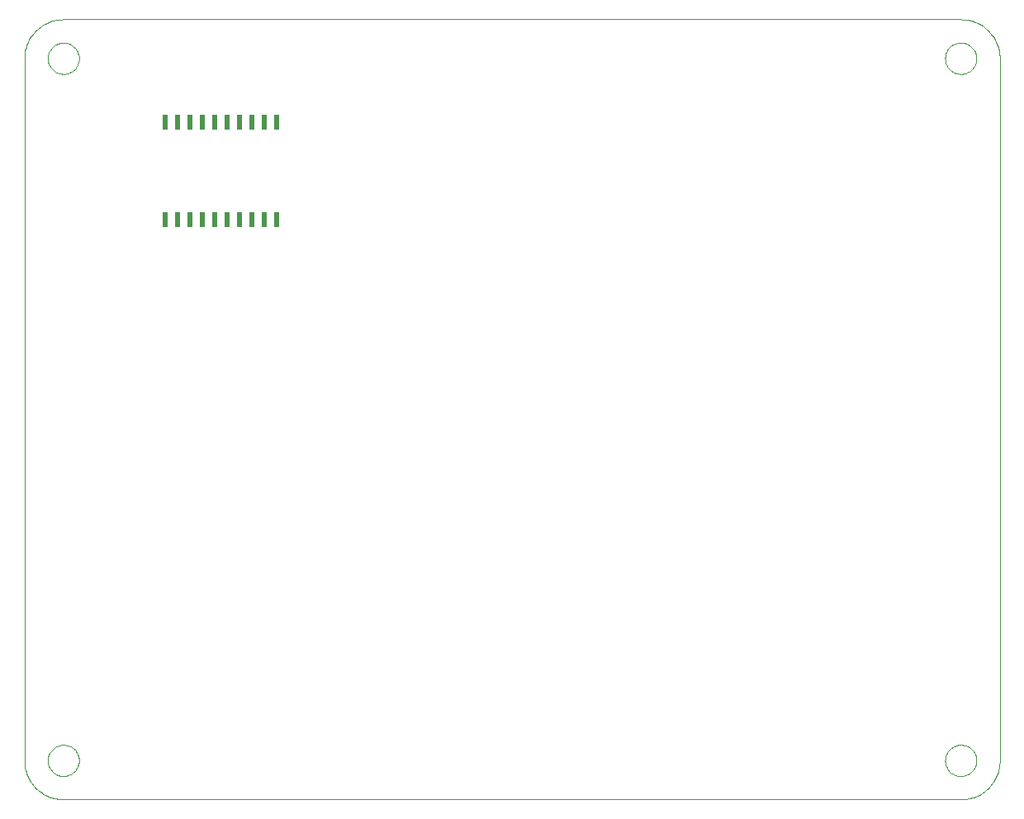
<source format=gtp>
G75*
G70*
%OFA0B0*%
%FSLAX24Y24*%
%IPPOS*%
%LPD*%
%AMOC8*
5,1,8,0,0,1.08239X$1,22.5*
%
%ADD10C,0.0000*%
%ADD11R,0.0236X0.0591*%
D10*
X006206Y003416D02*
X042426Y003416D01*
X041796Y004990D02*
X041798Y005040D01*
X041804Y005090D01*
X041814Y005139D01*
X041828Y005187D01*
X041845Y005234D01*
X041866Y005279D01*
X041891Y005323D01*
X041919Y005364D01*
X041951Y005403D01*
X041985Y005440D01*
X042022Y005474D01*
X042062Y005504D01*
X042104Y005531D01*
X042148Y005555D01*
X042194Y005576D01*
X042241Y005592D01*
X042289Y005605D01*
X042339Y005614D01*
X042388Y005619D01*
X042439Y005620D01*
X042489Y005617D01*
X042538Y005610D01*
X042587Y005599D01*
X042635Y005584D01*
X042681Y005566D01*
X042726Y005544D01*
X042769Y005518D01*
X042810Y005489D01*
X042849Y005457D01*
X042885Y005422D01*
X042917Y005384D01*
X042947Y005344D01*
X042974Y005301D01*
X042997Y005257D01*
X043016Y005211D01*
X043032Y005163D01*
X043044Y005114D01*
X043052Y005065D01*
X043056Y005015D01*
X043056Y004965D01*
X043052Y004915D01*
X043044Y004866D01*
X043032Y004817D01*
X043016Y004769D01*
X042997Y004723D01*
X042974Y004679D01*
X042947Y004636D01*
X042917Y004596D01*
X042885Y004558D01*
X042849Y004523D01*
X042810Y004491D01*
X042769Y004462D01*
X042726Y004436D01*
X042681Y004414D01*
X042635Y004396D01*
X042587Y004381D01*
X042538Y004370D01*
X042489Y004363D01*
X042439Y004360D01*
X042388Y004361D01*
X042339Y004366D01*
X042289Y004375D01*
X042241Y004388D01*
X042194Y004404D01*
X042148Y004425D01*
X042104Y004449D01*
X042062Y004476D01*
X042022Y004506D01*
X041985Y004540D01*
X041951Y004577D01*
X041919Y004616D01*
X041891Y004657D01*
X041866Y004701D01*
X041845Y004746D01*
X041828Y004793D01*
X041814Y004841D01*
X041804Y004890D01*
X041798Y004940D01*
X041796Y004990D01*
X042426Y003415D02*
X042503Y003417D01*
X042580Y003423D01*
X042657Y003432D01*
X042733Y003445D01*
X042809Y003462D01*
X042883Y003483D01*
X042957Y003507D01*
X043029Y003535D01*
X043099Y003566D01*
X043168Y003601D01*
X043236Y003639D01*
X043301Y003680D01*
X043364Y003725D01*
X043425Y003773D01*
X043484Y003823D01*
X043540Y003876D01*
X043593Y003932D01*
X043643Y003991D01*
X043691Y004052D01*
X043736Y004115D01*
X043777Y004180D01*
X043815Y004248D01*
X043850Y004317D01*
X043881Y004387D01*
X043909Y004459D01*
X043933Y004533D01*
X043954Y004607D01*
X043971Y004683D01*
X043984Y004759D01*
X043993Y004836D01*
X043999Y004913D01*
X044001Y004990D01*
X044001Y033337D01*
X041796Y033337D02*
X041798Y033387D01*
X041804Y033437D01*
X041814Y033486D01*
X041828Y033534D01*
X041845Y033581D01*
X041866Y033626D01*
X041891Y033670D01*
X041919Y033711D01*
X041951Y033750D01*
X041985Y033787D01*
X042022Y033821D01*
X042062Y033851D01*
X042104Y033878D01*
X042148Y033902D01*
X042194Y033923D01*
X042241Y033939D01*
X042289Y033952D01*
X042339Y033961D01*
X042388Y033966D01*
X042439Y033967D01*
X042489Y033964D01*
X042538Y033957D01*
X042587Y033946D01*
X042635Y033931D01*
X042681Y033913D01*
X042726Y033891D01*
X042769Y033865D01*
X042810Y033836D01*
X042849Y033804D01*
X042885Y033769D01*
X042917Y033731D01*
X042947Y033691D01*
X042974Y033648D01*
X042997Y033604D01*
X043016Y033558D01*
X043032Y033510D01*
X043044Y033461D01*
X043052Y033412D01*
X043056Y033362D01*
X043056Y033312D01*
X043052Y033262D01*
X043044Y033213D01*
X043032Y033164D01*
X043016Y033116D01*
X042997Y033070D01*
X042974Y033026D01*
X042947Y032983D01*
X042917Y032943D01*
X042885Y032905D01*
X042849Y032870D01*
X042810Y032838D01*
X042769Y032809D01*
X042726Y032783D01*
X042681Y032761D01*
X042635Y032743D01*
X042587Y032728D01*
X042538Y032717D01*
X042489Y032710D01*
X042439Y032707D01*
X042388Y032708D01*
X042339Y032713D01*
X042289Y032722D01*
X042241Y032735D01*
X042194Y032751D01*
X042148Y032772D01*
X042104Y032796D01*
X042062Y032823D01*
X042022Y032853D01*
X041985Y032887D01*
X041951Y032924D01*
X041919Y032963D01*
X041891Y033004D01*
X041866Y033048D01*
X041845Y033093D01*
X041828Y033140D01*
X041814Y033188D01*
X041804Y033237D01*
X041798Y033287D01*
X041796Y033337D01*
X042426Y034912D02*
X042503Y034910D01*
X042580Y034904D01*
X042657Y034895D01*
X042733Y034882D01*
X042809Y034865D01*
X042883Y034844D01*
X042957Y034820D01*
X043029Y034792D01*
X043099Y034761D01*
X043168Y034726D01*
X043236Y034688D01*
X043301Y034647D01*
X043364Y034602D01*
X043425Y034554D01*
X043484Y034504D01*
X043540Y034451D01*
X043593Y034395D01*
X043643Y034336D01*
X043691Y034275D01*
X043736Y034212D01*
X043777Y034147D01*
X043815Y034079D01*
X043850Y034010D01*
X043881Y033940D01*
X043909Y033868D01*
X043933Y033794D01*
X043954Y033720D01*
X043971Y033644D01*
X043984Y033568D01*
X043993Y033491D01*
X043999Y033414D01*
X044001Y033337D01*
X042426Y034912D02*
X006206Y034912D01*
X005576Y033337D02*
X005578Y033387D01*
X005584Y033437D01*
X005594Y033486D01*
X005608Y033534D01*
X005625Y033581D01*
X005646Y033626D01*
X005671Y033670D01*
X005699Y033711D01*
X005731Y033750D01*
X005765Y033787D01*
X005802Y033821D01*
X005842Y033851D01*
X005884Y033878D01*
X005928Y033902D01*
X005974Y033923D01*
X006021Y033939D01*
X006069Y033952D01*
X006119Y033961D01*
X006168Y033966D01*
X006219Y033967D01*
X006269Y033964D01*
X006318Y033957D01*
X006367Y033946D01*
X006415Y033931D01*
X006461Y033913D01*
X006506Y033891D01*
X006549Y033865D01*
X006590Y033836D01*
X006629Y033804D01*
X006665Y033769D01*
X006697Y033731D01*
X006727Y033691D01*
X006754Y033648D01*
X006777Y033604D01*
X006796Y033558D01*
X006812Y033510D01*
X006824Y033461D01*
X006832Y033412D01*
X006836Y033362D01*
X006836Y033312D01*
X006832Y033262D01*
X006824Y033213D01*
X006812Y033164D01*
X006796Y033116D01*
X006777Y033070D01*
X006754Y033026D01*
X006727Y032983D01*
X006697Y032943D01*
X006665Y032905D01*
X006629Y032870D01*
X006590Y032838D01*
X006549Y032809D01*
X006506Y032783D01*
X006461Y032761D01*
X006415Y032743D01*
X006367Y032728D01*
X006318Y032717D01*
X006269Y032710D01*
X006219Y032707D01*
X006168Y032708D01*
X006119Y032713D01*
X006069Y032722D01*
X006021Y032735D01*
X005974Y032751D01*
X005928Y032772D01*
X005884Y032796D01*
X005842Y032823D01*
X005802Y032853D01*
X005765Y032887D01*
X005731Y032924D01*
X005699Y032963D01*
X005671Y033004D01*
X005646Y033048D01*
X005625Y033093D01*
X005608Y033140D01*
X005594Y033188D01*
X005584Y033237D01*
X005578Y033287D01*
X005576Y033337D01*
X004631Y033337D02*
X004633Y033414D01*
X004639Y033491D01*
X004648Y033568D01*
X004661Y033644D01*
X004678Y033720D01*
X004699Y033794D01*
X004723Y033868D01*
X004751Y033940D01*
X004782Y034010D01*
X004817Y034079D01*
X004855Y034147D01*
X004896Y034212D01*
X004941Y034275D01*
X004989Y034336D01*
X005039Y034395D01*
X005092Y034451D01*
X005148Y034504D01*
X005207Y034554D01*
X005268Y034602D01*
X005331Y034647D01*
X005396Y034688D01*
X005464Y034726D01*
X005533Y034761D01*
X005603Y034792D01*
X005675Y034820D01*
X005749Y034844D01*
X005823Y034865D01*
X005899Y034882D01*
X005975Y034895D01*
X006052Y034904D01*
X006129Y034910D01*
X006206Y034912D01*
X004631Y033337D02*
X004631Y004990D01*
X005576Y004990D02*
X005578Y005040D01*
X005584Y005090D01*
X005594Y005139D01*
X005608Y005187D01*
X005625Y005234D01*
X005646Y005279D01*
X005671Y005323D01*
X005699Y005364D01*
X005731Y005403D01*
X005765Y005440D01*
X005802Y005474D01*
X005842Y005504D01*
X005884Y005531D01*
X005928Y005555D01*
X005974Y005576D01*
X006021Y005592D01*
X006069Y005605D01*
X006119Y005614D01*
X006168Y005619D01*
X006219Y005620D01*
X006269Y005617D01*
X006318Y005610D01*
X006367Y005599D01*
X006415Y005584D01*
X006461Y005566D01*
X006506Y005544D01*
X006549Y005518D01*
X006590Y005489D01*
X006629Y005457D01*
X006665Y005422D01*
X006697Y005384D01*
X006727Y005344D01*
X006754Y005301D01*
X006777Y005257D01*
X006796Y005211D01*
X006812Y005163D01*
X006824Y005114D01*
X006832Y005065D01*
X006836Y005015D01*
X006836Y004965D01*
X006832Y004915D01*
X006824Y004866D01*
X006812Y004817D01*
X006796Y004769D01*
X006777Y004723D01*
X006754Y004679D01*
X006727Y004636D01*
X006697Y004596D01*
X006665Y004558D01*
X006629Y004523D01*
X006590Y004491D01*
X006549Y004462D01*
X006506Y004436D01*
X006461Y004414D01*
X006415Y004396D01*
X006367Y004381D01*
X006318Y004370D01*
X006269Y004363D01*
X006219Y004360D01*
X006168Y004361D01*
X006119Y004366D01*
X006069Y004375D01*
X006021Y004388D01*
X005974Y004404D01*
X005928Y004425D01*
X005884Y004449D01*
X005842Y004476D01*
X005802Y004506D01*
X005765Y004540D01*
X005731Y004577D01*
X005699Y004616D01*
X005671Y004657D01*
X005646Y004701D01*
X005625Y004746D01*
X005608Y004793D01*
X005594Y004841D01*
X005584Y004890D01*
X005578Y004940D01*
X005576Y004990D01*
X004631Y004990D02*
X004633Y004913D01*
X004639Y004836D01*
X004648Y004759D01*
X004661Y004683D01*
X004678Y004607D01*
X004699Y004533D01*
X004723Y004459D01*
X004751Y004387D01*
X004782Y004317D01*
X004817Y004248D01*
X004855Y004180D01*
X004896Y004115D01*
X004941Y004052D01*
X004989Y003991D01*
X005039Y003932D01*
X005092Y003876D01*
X005148Y003823D01*
X005207Y003773D01*
X005268Y003725D01*
X005331Y003680D01*
X005396Y003639D01*
X005464Y003601D01*
X005533Y003566D01*
X005603Y003535D01*
X005675Y003507D01*
X005749Y003483D01*
X005823Y003462D01*
X005899Y003445D01*
X005975Y003432D01*
X006052Y003423D01*
X006129Y003417D01*
X006206Y003415D01*
D11*
X010316Y026820D03*
X010816Y026820D03*
X011316Y026820D03*
X011816Y026820D03*
X012316Y026820D03*
X012816Y026820D03*
X013316Y026820D03*
X013816Y026820D03*
X014316Y026820D03*
X014816Y026820D03*
X014816Y030757D03*
X014316Y030757D03*
X013816Y030757D03*
X013316Y030757D03*
X012816Y030757D03*
X012316Y030757D03*
X011816Y030757D03*
X011316Y030757D03*
X010816Y030757D03*
X010316Y030757D03*
M02*

</source>
